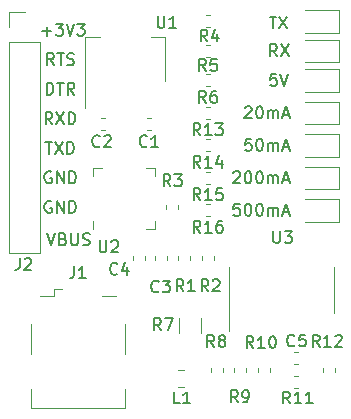
<source format=gbr>
G04 #@! TF.GenerationSoftware,KiCad,Pcbnew,5.1.5*
G04 #@! TF.CreationDate,2020-05-30T17:31:02+02:00*
G04 #@! TF.ProjectId,lichtenprog,6c696368-7465-46e7-9072-6f672e6b6963,rev?*
G04 #@! TF.SameCoordinates,Original*
G04 #@! TF.FileFunction,Legend,Top*
G04 #@! TF.FilePolarity,Positive*
%FSLAX46Y46*%
G04 Gerber Fmt 4.6, Leading zero omitted, Abs format (unit mm)*
G04 Created by KiCad (PCBNEW 5.1.5) date 2020-05-30 17:31:02*
%MOMM*%
%LPD*%
G04 APERTURE LIST*
%ADD10C,0.150000*%
%ADD11C,0.120000*%
G04 APERTURE END LIST*
D10*
X84190476Y-62952380D02*
X83714285Y-62952380D01*
X83666666Y-63428571D01*
X83714285Y-63380952D01*
X83809523Y-63333333D01*
X84047619Y-63333333D01*
X84142857Y-63380952D01*
X84190476Y-63428571D01*
X84238095Y-63523809D01*
X84238095Y-63761904D01*
X84190476Y-63857142D01*
X84142857Y-63904761D01*
X84047619Y-63952380D01*
X83809523Y-63952380D01*
X83714285Y-63904761D01*
X83666666Y-63857142D01*
X84857142Y-62952380D02*
X84952380Y-62952380D01*
X85047619Y-63000000D01*
X85095238Y-63047619D01*
X85142857Y-63142857D01*
X85190476Y-63333333D01*
X85190476Y-63571428D01*
X85142857Y-63761904D01*
X85095238Y-63857142D01*
X85047619Y-63904761D01*
X84952380Y-63952380D01*
X84857142Y-63952380D01*
X84761904Y-63904761D01*
X84714285Y-63857142D01*
X84666666Y-63761904D01*
X84619047Y-63571428D01*
X84619047Y-63333333D01*
X84666666Y-63142857D01*
X84714285Y-63047619D01*
X84761904Y-63000000D01*
X84857142Y-62952380D01*
X85809523Y-62952380D02*
X85904761Y-62952380D01*
X86000000Y-63000000D01*
X86047619Y-63047619D01*
X86095238Y-63142857D01*
X86142857Y-63333333D01*
X86142857Y-63571428D01*
X86095238Y-63761904D01*
X86047619Y-63857142D01*
X86000000Y-63904761D01*
X85904761Y-63952380D01*
X85809523Y-63952380D01*
X85714285Y-63904761D01*
X85666666Y-63857142D01*
X85619047Y-63761904D01*
X85571428Y-63571428D01*
X85571428Y-63333333D01*
X85619047Y-63142857D01*
X85666666Y-63047619D01*
X85714285Y-63000000D01*
X85809523Y-62952380D01*
X86571428Y-63952380D02*
X86571428Y-63285714D01*
X86571428Y-63380952D02*
X86619047Y-63333333D01*
X86714285Y-63285714D01*
X86857142Y-63285714D01*
X86952380Y-63333333D01*
X87000000Y-63428571D01*
X87000000Y-63952380D01*
X87000000Y-63428571D02*
X87047619Y-63333333D01*
X87142857Y-63285714D01*
X87285714Y-63285714D01*
X87380952Y-63333333D01*
X87428571Y-63428571D01*
X87428571Y-63952380D01*
X87857142Y-63666666D02*
X88333333Y-63666666D01*
X87761904Y-63952380D02*
X88095238Y-62952380D01*
X88428571Y-63952380D01*
X83666666Y-60297619D02*
X83714285Y-60250000D01*
X83809523Y-60202380D01*
X84047619Y-60202380D01*
X84142857Y-60250000D01*
X84190476Y-60297619D01*
X84238095Y-60392857D01*
X84238095Y-60488095D01*
X84190476Y-60630952D01*
X83619047Y-61202380D01*
X84238095Y-61202380D01*
X84857142Y-60202380D02*
X84952380Y-60202380D01*
X85047619Y-60250000D01*
X85095238Y-60297619D01*
X85142857Y-60392857D01*
X85190476Y-60583333D01*
X85190476Y-60821428D01*
X85142857Y-61011904D01*
X85095238Y-61107142D01*
X85047619Y-61154761D01*
X84952380Y-61202380D01*
X84857142Y-61202380D01*
X84761904Y-61154761D01*
X84714285Y-61107142D01*
X84666666Y-61011904D01*
X84619047Y-60821428D01*
X84619047Y-60583333D01*
X84666666Y-60392857D01*
X84714285Y-60297619D01*
X84761904Y-60250000D01*
X84857142Y-60202380D01*
X85809523Y-60202380D02*
X85904761Y-60202380D01*
X86000000Y-60250000D01*
X86047619Y-60297619D01*
X86095238Y-60392857D01*
X86142857Y-60583333D01*
X86142857Y-60821428D01*
X86095238Y-61011904D01*
X86047619Y-61107142D01*
X86000000Y-61154761D01*
X85904761Y-61202380D01*
X85809523Y-61202380D01*
X85714285Y-61154761D01*
X85666666Y-61107142D01*
X85619047Y-61011904D01*
X85571428Y-60821428D01*
X85571428Y-60583333D01*
X85619047Y-60392857D01*
X85666666Y-60297619D01*
X85714285Y-60250000D01*
X85809523Y-60202380D01*
X86571428Y-61202380D02*
X86571428Y-60535714D01*
X86571428Y-60630952D02*
X86619047Y-60583333D01*
X86714285Y-60535714D01*
X86857142Y-60535714D01*
X86952380Y-60583333D01*
X87000000Y-60678571D01*
X87000000Y-61202380D01*
X87000000Y-60678571D02*
X87047619Y-60583333D01*
X87142857Y-60535714D01*
X87285714Y-60535714D01*
X87380952Y-60583333D01*
X87428571Y-60678571D01*
X87428571Y-61202380D01*
X87857142Y-60916666D02*
X88333333Y-60916666D01*
X87761904Y-61202380D02*
X88095238Y-60202380D01*
X88428571Y-61202380D01*
X85166666Y-57452380D02*
X84690476Y-57452380D01*
X84642857Y-57928571D01*
X84690476Y-57880952D01*
X84785714Y-57833333D01*
X85023809Y-57833333D01*
X85119047Y-57880952D01*
X85166666Y-57928571D01*
X85214285Y-58023809D01*
X85214285Y-58261904D01*
X85166666Y-58357142D01*
X85119047Y-58404761D01*
X85023809Y-58452380D01*
X84785714Y-58452380D01*
X84690476Y-58404761D01*
X84642857Y-58357142D01*
X85833333Y-57452380D02*
X85928571Y-57452380D01*
X86023809Y-57500000D01*
X86071428Y-57547619D01*
X86119047Y-57642857D01*
X86166666Y-57833333D01*
X86166666Y-58071428D01*
X86119047Y-58261904D01*
X86071428Y-58357142D01*
X86023809Y-58404761D01*
X85928571Y-58452380D01*
X85833333Y-58452380D01*
X85738095Y-58404761D01*
X85690476Y-58357142D01*
X85642857Y-58261904D01*
X85595238Y-58071428D01*
X85595238Y-57833333D01*
X85642857Y-57642857D01*
X85690476Y-57547619D01*
X85738095Y-57500000D01*
X85833333Y-57452380D01*
X86595238Y-58452380D02*
X86595238Y-57785714D01*
X86595238Y-57880952D02*
X86642857Y-57833333D01*
X86738095Y-57785714D01*
X86880952Y-57785714D01*
X86976190Y-57833333D01*
X87023809Y-57928571D01*
X87023809Y-58452380D01*
X87023809Y-57928571D02*
X87071428Y-57833333D01*
X87166666Y-57785714D01*
X87309523Y-57785714D01*
X87404761Y-57833333D01*
X87452380Y-57928571D01*
X87452380Y-58452380D01*
X87880952Y-58166666D02*
X88357142Y-58166666D01*
X87785714Y-58452380D02*
X88119047Y-57452380D01*
X88452380Y-58452380D01*
X84642857Y-54797619D02*
X84690476Y-54750000D01*
X84785714Y-54702380D01*
X85023809Y-54702380D01*
X85119047Y-54750000D01*
X85166666Y-54797619D01*
X85214285Y-54892857D01*
X85214285Y-54988095D01*
X85166666Y-55130952D01*
X84595238Y-55702380D01*
X85214285Y-55702380D01*
X85833333Y-54702380D02*
X85928571Y-54702380D01*
X86023809Y-54750000D01*
X86071428Y-54797619D01*
X86119047Y-54892857D01*
X86166666Y-55083333D01*
X86166666Y-55321428D01*
X86119047Y-55511904D01*
X86071428Y-55607142D01*
X86023809Y-55654761D01*
X85928571Y-55702380D01*
X85833333Y-55702380D01*
X85738095Y-55654761D01*
X85690476Y-55607142D01*
X85642857Y-55511904D01*
X85595238Y-55321428D01*
X85595238Y-55083333D01*
X85642857Y-54892857D01*
X85690476Y-54797619D01*
X85738095Y-54750000D01*
X85833333Y-54702380D01*
X86595238Y-55702380D02*
X86595238Y-55035714D01*
X86595238Y-55130952D02*
X86642857Y-55083333D01*
X86738095Y-55035714D01*
X86880952Y-55035714D01*
X86976190Y-55083333D01*
X87023809Y-55178571D01*
X87023809Y-55702380D01*
X87023809Y-55178571D02*
X87071428Y-55083333D01*
X87166666Y-55035714D01*
X87309523Y-55035714D01*
X87404761Y-55083333D01*
X87452380Y-55178571D01*
X87452380Y-55702380D01*
X87880952Y-55416666D02*
X88357142Y-55416666D01*
X87785714Y-55702380D02*
X88119047Y-54702380D01*
X88452380Y-55702380D01*
X87309523Y-51952380D02*
X86833333Y-51952380D01*
X86785714Y-52428571D01*
X86833333Y-52380952D01*
X86928571Y-52333333D01*
X87166666Y-52333333D01*
X87261904Y-52380952D01*
X87309523Y-52428571D01*
X87357142Y-52523809D01*
X87357142Y-52761904D01*
X87309523Y-52857142D01*
X87261904Y-52904761D01*
X87166666Y-52952380D01*
X86928571Y-52952380D01*
X86833333Y-52904761D01*
X86785714Y-52857142D01*
X87642857Y-51952380D02*
X87976190Y-52952380D01*
X88309523Y-51952380D01*
X87333333Y-50452380D02*
X87000000Y-49976190D01*
X86761904Y-50452380D02*
X86761904Y-49452380D01*
X87142857Y-49452380D01*
X87238095Y-49500000D01*
X87285714Y-49547619D01*
X87333333Y-49642857D01*
X87333333Y-49785714D01*
X87285714Y-49880952D01*
X87238095Y-49928571D01*
X87142857Y-49976190D01*
X86761904Y-49976190D01*
X87666666Y-49452380D02*
X88333333Y-50452380D01*
X88333333Y-49452380D02*
X87666666Y-50452380D01*
X86738095Y-47088675D02*
X87309523Y-47088675D01*
X87023809Y-48088675D02*
X87023809Y-47088675D01*
X87547619Y-47088675D02*
X88214285Y-48088675D01*
X88214285Y-47088675D02*
X87547619Y-48088675D01*
X67916666Y-65452380D02*
X68250000Y-66452380D01*
X68583333Y-65452380D01*
X69250000Y-65928571D02*
X69392857Y-65976190D01*
X69440476Y-66023809D01*
X69488095Y-66119047D01*
X69488095Y-66261904D01*
X69440476Y-66357142D01*
X69392857Y-66404761D01*
X69297619Y-66452380D01*
X68916666Y-66452380D01*
X68916666Y-65452380D01*
X69250000Y-65452380D01*
X69345238Y-65500000D01*
X69392857Y-65547619D01*
X69440476Y-65642857D01*
X69440476Y-65738095D01*
X69392857Y-65833333D01*
X69345238Y-65880952D01*
X69250000Y-65928571D01*
X68916666Y-65928571D01*
X69916666Y-65452380D02*
X69916666Y-66261904D01*
X69964285Y-66357142D01*
X70011904Y-66404761D01*
X70107142Y-66452380D01*
X70297619Y-66452380D01*
X70392857Y-66404761D01*
X70440476Y-66357142D01*
X70488095Y-66261904D01*
X70488095Y-65452380D01*
X70916666Y-66404761D02*
X71059523Y-66452380D01*
X71297619Y-66452380D01*
X71392857Y-66404761D01*
X71440476Y-66357142D01*
X71488095Y-66261904D01*
X71488095Y-66166666D01*
X71440476Y-66071428D01*
X71392857Y-66023809D01*
X71297619Y-65976190D01*
X71107142Y-65928571D01*
X71011904Y-65880952D01*
X70964285Y-65833333D01*
X70916666Y-65738095D01*
X70916666Y-65642857D01*
X70964285Y-65547619D01*
X71011904Y-65500000D01*
X71107142Y-65452380D01*
X71345238Y-65452380D01*
X71488095Y-65500000D01*
X68238095Y-62750000D02*
X68142857Y-62702380D01*
X68000000Y-62702380D01*
X67857142Y-62750000D01*
X67761904Y-62845238D01*
X67714285Y-62940476D01*
X67666666Y-63130952D01*
X67666666Y-63273809D01*
X67714285Y-63464285D01*
X67761904Y-63559523D01*
X67857142Y-63654761D01*
X68000000Y-63702380D01*
X68095238Y-63702380D01*
X68238095Y-63654761D01*
X68285714Y-63607142D01*
X68285714Y-63273809D01*
X68095238Y-63273809D01*
X68714285Y-63702380D02*
X68714285Y-62702380D01*
X69285714Y-63702380D01*
X69285714Y-62702380D01*
X69761904Y-63702380D02*
X69761904Y-62702380D01*
X70000000Y-62702380D01*
X70142857Y-62750000D01*
X70238095Y-62845238D01*
X70285714Y-62940476D01*
X70333333Y-63130952D01*
X70333333Y-63273809D01*
X70285714Y-63464285D01*
X70238095Y-63559523D01*
X70142857Y-63654761D01*
X70000000Y-63702380D01*
X69761904Y-63702380D01*
X67488095Y-48321428D02*
X68250000Y-48321428D01*
X67869047Y-48702380D02*
X67869047Y-47940476D01*
X68630952Y-47702380D02*
X69250000Y-47702380D01*
X68916666Y-48083333D01*
X69059523Y-48083333D01*
X69154761Y-48130952D01*
X69202380Y-48178571D01*
X69250000Y-48273809D01*
X69250000Y-48511904D01*
X69202380Y-48607142D01*
X69154761Y-48654761D01*
X69059523Y-48702380D01*
X68773809Y-48702380D01*
X68678571Y-48654761D01*
X68630952Y-48607142D01*
X69535714Y-47702380D02*
X69869047Y-48702380D01*
X70202380Y-47702380D01*
X70440476Y-47702380D02*
X71059523Y-47702380D01*
X70726190Y-48083333D01*
X70869047Y-48083333D01*
X70964285Y-48130952D01*
X71011904Y-48178571D01*
X71059523Y-48273809D01*
X71059523Y-48511904D01*
X71011904Y-48607142D01*
X70964285Y-48654761D01*
X70869047Y-48702380D01*
X70583333Y-48702380D01*
X70488095Y-48654761D01*
X70440476Y-48607142D01*
X68452380Y-51202380D02*
X68119047Y-50726190D01*
X67880952Y-51202380D02*
X67880952Y-50202380D01*
X68261904Y-50202380D01*
X68357142Y-50250000D01*
X68404761Y-50297619D01*
X68452380Y-50392857D01*
X68452380Y-50535714D01*
X68404761Y-50630952D01*
X68357142Y-50678571D01*
X68261904Y-50726190D01*
X67880952Y-50726190D01*
X68738095Y-50202380D02*
X69309523Y-50202380D01*
X69023809Y-51202380D02*
X69023809Y-50202380D01*
X69595238Y-51154761D02*
X69738095Y-51202380D01*
X69976190Y-51202380D01*
X70071428Y-51154761D01*
X70119047Y-51107142D01*
X70166666Y-51011904D01*
X70166666Y-50916666D01*
X70119047Y-50821428D01*
X70071428Y-50773809D01*
X69976190Y-50726190D01*
X69785714Y-50678571D01*
X69690476Y-50630952D01*
X69642857Y-50583333D01*
X69595238Y-50488095D01*
X69595238Y-50392857D01*
X69642857Y-50297619D01*
X69690476Y-50250000D01*
X69785714Y-50202380D01*
X70023809Y-50202380D01*
X70166666Y-50250000D01*
X67857142Y-53702380D02*
X67857142Y-52702380D01*
X68095238Y-52702380D01*
X68238095Y-52750000D01*
X68333333Y-52845238D01*
X68380952Y-52940476D01*
X68428571Y-53130952D01*
X68428571Y-53273809D01*
X68380952Y-53464285D01*
X68333333Y-53559523D01*
X68238095Y-53654761D01*
X68095238Y-53702380D01*
X67857142Y-53702380D01*
X68714285Y-52702380D02*
X69285714Y-52702380D01*
X69000000Y-53702380D02*
X69000000Y-52702380D01*
X70190476Y-53702380D02*
X69857142Y-53226190D01*
X69619047Y-53702380D02*
X69619047Y-52702380D01*
X70000000Y-52702380D01*
X70095238Y-52750000D01*
X70142857Y-52797619D01*
X70190476Y-52892857D01*
X70190476Y-53035714D01*
X70142857Y-53130952D01*
X70095238Y-53178571D01*
X70000000Y-53226190D01*
X69619047Y-53226190D01*
X68333333Y-56202380D02*
X68000000Y-55726190D01*
X67761904Y-56202380D02*
X67761904Y-55202380D01*
X68142857Y-55202380D01*
X68238095Y-55250000D01*
X68285714Y-55297619D01*
X68333333Y-55392857D01*
X68333333Y-55535714D01*
X68285714Y-55630952D01*
X68238095Y-55678571D01*
X68142857Y-55726190D01*
X67761904Y-55726190D01*
X68666666Y-55202380D02*
X69333333Y-56202380D01*
X69333333Y-55202380D02*
X68666666Y-56202380D01*
X69714285Y-56202380D02*
X69714285Y-55202380D01*
X69952380Y-55202380D01*
X70095238Y-55250000D01*
X70190476Y-55345238D01*
X70238095Y-55440476D01*
X70285714Y-55630952D01*
X70285714Y-55773809D01*
X70238095Y-55964285D01*
X70190476Y-56059523D01*
X70095238Y-56154761D01*
X69952380Y-56202380D01*
X69714285Y-56202380D01*
X67738095Y-57702380D02*
X68309523Y-57702380D01*
X68023809Y-58702380D02*
X68023809Y-57702380D01*
X68547619Y-57702380D02*
X69214285Y-58702380D01*
X69214285Y-57702380D02*
X68547619Y-58702380D01*
X69595238Y-58702380D02*
X69595238Y-57702380D01*
X69833333Y-57702380D01*
X69976190Y-57750000D01*
X70071428Y-57845238D01*
X70119047Y-57940476D01*
X70166666Y-58130952D01*
X70166666Y-58273809D01*
X70119047Y-58464285D01*
X70071428Y-58559523D01*
X69976190Y-58654761D01*
X69833333Y-58702380D01*
X69595238Y-58702380D01*
X68238095Y-60250000D02*
X68142857Y-60202380D01*
X68000000Y-60202380D01*
X67857142Y-60250000D01*
X67761904Y-60345238D01*
X67714285Y-60440476D01*
X67666666Y-60630952D01*
X67666666Y-60773809D01*
X67714285Y-60964285D01*
X67761904Y-61059523D01*
X67857142Y-61154761D01*
X68000000Y-61202380D01*
X68095238Y-61202380D01*
X68238095Y-61154761D01*
X68285714Y-61107142D01*
X68285714Y-60773809D01*
X68095238Y-60773809D01*
X68714285Y-61202380D02*
X68714285Y-60202380D01*
X69285714Y-61202380D01*
X69285714Y-60202380D01*
X69761904Y-61202380D02*
X69761904Y-60202380D01*
X70000000Y-60202380D01*
X70142857Y-60250000D01*
X70238095Y-60345238D01*
X70285714Y-60440476D01*
X70333333Y-60630952D01*
X70333333Y-60773809D01*
X70285714Y-60964285D01*
X70238095Y-61059523D01*
X70142857Y-61154761D01*
X70000000Y-61202380D01*
X69761904Y-61202380D01*
D11*
X64670000Y-46670000D02*
X66000000Y-46670000D01*
X64670000Y-48000000D02*
X64670000Y-46670000D01*
X64670000Y-49270000D02*
X67330000Y-49270000D01*
X67330000Y-49270000D02*
X67330000Y-67110000D01*
X64670000Y-49270000D02*
X64670000Y-67110000D01*
X64670000Y-67110000D02*
X67330000Y-67110000D01*
X83315000Y-70250000D02*
X83315000Y-73700000D01*
X83315000Y-70250000D02*
X83315000Y-68300000D01*
X92185000Y-70250000D02*
X92185000Y-72200000D01*
X92185000Y-70250000D02*
X92185000Y-68300000D01*
X81671267Y-62990000D02*
X81328733Y-62990000D01*
X81671267Y-64010000D02*
X81328733Y-64010000D01*
X81671267Y-60240000D02*
X81328733Y-60240000D01*
X81671267Y-61260000D02*
X81328733Y-61260000D01*
X81671267Y-57490000D02*
X81328733Y-57490000D01*
X81671267Y-58510000D02*
X81328733Y-58510000D01*
X81671267Y-54740000D02*
X81328733Y-54740000D01*
X81671267Y-55760000D02*
X81328733Y-55760000D01*
X92260000Y-77171267D02*
X92260000Y-76828733D01*
X91240000Y-77171267D02*
X91240000Y-76828733D01*
X88828733Y-78510000D02*
X89171267Y-78510000D01*
X88828733Y-77490000D02*
X89171267Y-77490000D01*
X86760000Y-77171267D02*
X86760000Y-76828733D01*
X85740000Y-77171267D02*
X85740000Y-76828733D01*
X83740000Y-76828733D02*
X83740000Y-77171267D01*
X84760000Y-76828733D02*
X84760000Y-77171267D01*
X82760000Y-77171267D02*
X82760000Y-76828733D01*
X81740000Y-77171267D02*
X81740000Y-76828733D01*
X80910000Y-73852064D02*
X80910000Y-72647936D01*
X79090000Y-73852064D02*
X79090000Y-72647936D01*
X81671267Y-51990000D02*
X81328733Y-51990000D01*
X81671267Y-53010000D02*
X81328733Y-53010000D01*
X92610000Y-62540000D02*
X89750000Y-62540000D01*
X92610000Y-64460000D02*
X92610000Y-62540000D01*
X89750000Y-64460000D02*
X92610000Y-64460000D01*
X92610000Y-59790000D02*
X89750000Y-59790000D01*
X92610000Y-61710000D02*
X92610000Y-59790000D01*
X89750000Y-61710000D02*
X92610000Y-61710000D01*
X92610000Y-57040000D02*
X89750000Y-57040000D01*
X92610000Y-58960000D02*
X92610000Y-57040000D01*
X89750000Y-58960000D02*
X92610000Y-58960000D01*
X92610000Y-54290000D02*
X89750000Y-54290000D01*
X92610000Y-56210000D02*
X92610000Y-54290000D01*
X89750000Y-56210000D02*
X92610000Y-56210000D01*
X92610000Y-51540000D02*
X89750000Y-51540000D01*
X92610000Y-53460000D02*
X92610000Y-51540000D01*
X89750000Y-53460000D02*
X92610000Y-53460000D01*
X88828733Y-76510000D02*
X89171267Y-76510000D01*
X88828733Y-75490000D02*
X89171267Y-75490000D01*
X71770000Y-64385000D02*
X71770000Y-65110000D01*
X76990000Y-59890000D02*
X76265000Y-59890000D01*
X76990000Y-60615000D02*
X76990000Y-59890000D01*
X76990000Y-65110000D02*
X76265000Y-65110000D01*
X76990000Y-64385000D02*
X76990000Y-65110000D01*
X71770000Y-59890000D02*
X72495000Y-59890000D01*
X71770000Y-60615000D02*
X71770000Y-59890000D01*
X71090000Y-54800000D02*
X71090000Y-48790000D01*
X77910000Y-52550000D02*
X77910000Y-48790000D01*
X71090000Y-48790000D02*
X72350000Y-48790000D01*
X77910000Y-48790000D02*
X76650000Y-48790000D01*
X81328733Y-50510000D02*
X81671267Y-50510000D01*
X81328733Y-49490000D02*
X81671267Y-49490000D01*
X81328733Y-48010000D02*
X81671267Y-48010000D01*
X81328733Y-46990000D02*
X81671267Y-46990000D01*
X77990000Y-63078733D02*
X77990000Y-63421267D01*
X79010000Y-63078733D02*
X79010000Y-63421267D01*
X80990000Y-67328733D02*
X80990000Y-67671267D01*
X82010000Y-67328733D02*
X82010000Y-67671267D01*
X80010000Y-67671267D02*
X80010000Y-67328733D01*
X78990000Y-67671267D02*
X78990000Y-67328733D01*
X78988748Y-78460000D02*
X79511252Y-78460000D01*
X78988748Y-77040000D02*
X79511252Y-77040000D01*
X74460000Y-80260000D02*
X74460000Y-78600000D01*
X66540000Y-80260000D02*
X74460000Y-80260000D01*
X66540000Y-78600000D02*
X66540000Y-80260000D01*
X72550000Y-70790000D02*
X73700000Y-70790000D01*
X68450000Y-70200000D02*
X69150000Y-70200000D01*
X68450000Y-70790000D02*
X68450000Y-70200000D01*
X67300000Y-70790000D02*
X68450000Y-70790000D01*
X74460000Y-73100000D02*
X74460000Y-75700000D01*
X66540000Y-75700000D02*
X66540000Y-73100000D01*
X92610000Y-49040000D02*
X89750000Y-49040000D01*
X92610000Y-50960000D02*
X92610000Y-49040000D01*
X89750000Y-50960000D02*
X92610000Y-50960000D01*
X92610000Y-46540000D02*
X89750000Y-46540000D01*
X92610000Y-48460000D02*
X92610000Y-46540000D01*
X89750000Y-48460000D02*
X92610000Y-48460000D01*
X76990000Y-67328733D02*
X76990000Y-67671267D01*
X78010000Y-67328733D02*
X78010000Y-67671267D01*
X75190000Y-67328733D02*
X75190000Y-67671267D01*
X76210000Y-67328733D02*
X76210000Y-67671267D01*
X72771267Y-55690000D02*
X72428733Y-55690000D01*
X72771267Y-56710000D02*
X72428733Y-56710000D01*
X76328733Y-56710000D02*
X76671267Y-56710000D01*
X76328733Y-55690000D02*
X76671267Y-55690000D01*
D10*
X65566666Y-67552380D02*
X65566666Y-68266666D01*
X65519047Y-68409523D01*
X65423809Y-68504761D01*
X65280952Y-68552380D01*
X65185714Y-68552380D01*
X65995238Y-67647619D02*
X66042857Y-67600000D01*
X66138095Y-67552380D01*
X66376190Y-67552380D01*
X66471428Y-67600000D01*
X66519047Y-67647619D01*
X66566666Y-67742857D01*
X66566666Y-67838095D01*
X66519047Y-67980952D01*
X65947619Y-68552380D01*
X66566666Y-68552380D01*
X87038095Y-65252380D02*
X87038095Y-66061904D01*
X87085714Y-66157142D01*
X87133333Y-66204761D01*
X87228571Y-66252380D01*
X87419047Y-66252380D01*
X87514285Y-66204761D01*
X87561904Y-66157142D01*
X87609523Y-66061904D01*
X87609523Y-65252380D01*
X87990476Y-65252380D02*
X88609523Y-65252380D01*
X88276190Y-65633333D01*
X88419047Y-65633333D01*
X88514285Y-65680952D01*
X88561904Y-65728571D01*
X88609523Y-65823809D01*
X88609523Y-66061904D01*
X88561904Y-66157142D01*
X88514285Y-66204761D01*
X88419047Y-66252380D01*
X88133333Y-66252380D01*
X88038095Y-66204761D01*
X87990476Y-66157142D01*
X80857142Y-65382380D02*
X80523809Y-64906190D01*
X80285714Y-65382380D02*
X80285714Y-64382380D01*
X80666666Y-64382380D01*
X80761904Y-64430000D01*
X80809523Y-64477619D01*
X80857142Y-64572857D01*
X80857142Y-64715714D01*
X80809523Y-64810952D01*
X80761904Y-64858571D01*
X80666666Y-64906190D01*
X80285714Y-64906190D01*
X81809523Y-65382380D02*
X81238095Y-65382380D01*
X81523809Y-65382380D02*
X81523809Y-64382380D01*
X81428571Y-64525238D01*
X81333333Y-64620476D01*
X81238095Y-64668095D01*
X82666666Y-64382380D02*
X82476190Y-64382380D01*
X82380952Y-64430000D01*
X82333333Y-64477619D01*
X82238095Y-64620476D01*
X82190476Y-64810952D01*
X82190476Y-65191904D01*
X82238095Y-65287142D01*
X82285714Y-65334761D01*
X82380952Y-65382380D01*
X82571428Y-65382380D01*
X82666666Y-65334761D01*
X82714285Y-65287142D01*
X82761904Y-65191904D01*
X82761904Y-64953809D01*
X82714285Y-64858571D01*
X82666666Y-64810952D01*
X82571428Y-64763333D01*
X82380952Y-64763333D01*
X82285714Y-64810952D01*
X82238095Y-64858571D01*
X82190476Y-64953809D01*
X80857142Y-62632380D02*
X80523809Y-62156190D01*
X80285714Y-62632380D02*
X80285714Y-61632380D01*
X80666666Y-61632380D01*
X80761904Y-61680000D01*
X80809523Y-61727619D01*
X80857142Y-61822857D01*
X80857142Y-61965714D01*
X80809523Y-62060952D01*
X80761904Y-62108571D01*
X80666666Y-62156190D01*
X80285714Y-62156190D01*
X81809523Y-62632380D02*
X81238095Y-62632380D01*
X81523809Y-62632380D02*
X81523809Y-61632380D01*
X81428571Y-61775238D01*
X81333333Y-61870476D01*
X81238095Y-61918095D01*
X82714285Y-61632380D02*
X82238095Y-61632380D01*
X82190476Y-62108571D01*
X82238095Y-62060952D01*
X82333333Y-62013333D01*
X82571428Y-62013333D01*
X82666666Y-62060952D01*
X82714285Y-62108571D01*
X82761904Y-62203809D01*
X82761904Y-62441904D01*
X82714285Y-62537142D01*
X82666666Y-62584761D01*
X82571428Y-62632380D01*
X82333333Y-62632380D01*
X82238095Y-62584761D01*
X82190476Y-62537142D01*
X80857142Y-59882380D02*
X80523809Y-59406190D01*
X80285714Y-59882380D02*
X80285714Y-58882380D01*
X80666666Y-58882380D01*
X80761904Y-58930000D01*
X80809523Y-58977619D01*
X80857142Y-59072857D01*
X80857142Y-59215714D01*
X80809523Y-59310952D01*
X80761904Y-59358571D01*
X80666666Y-59406190D01*
X80285714Y-59406190D01*
X81809523Y-59882380D02*
X81238095Y-59882380D01*
X81523809Y-59882380D02*
X81523809Y-58882380D01*
X81428571Y-59025238D01*
X81333333Y-59120476D01*
X81238095Y-59168095D01*
X82666666Y-59215714D02*
X82666666Y-59882380D01*
X82428571Y-58834761D02*
X82190476Y-59549047D01*
X82809523Y-59549047D01*
X80857142Y-57132380D02*
X80523809Y-56656190D01*
X80285714Y-57132380D02*
X80285714Y-56132380D01*
X80666666Y-56132380D01*
X80761904Y-56180000D01*
X80809523Y-56227619D01*
X80857142Y-56322857D01*
X80857142Y-56465714D01*
X80809523Y-56560952D01*
X80761904Y-56608571D01*
X80666666Y-56656190D01*
X80285714Y-56656190D01*
X81809523Y-57132380D02*
X81238095Y-57132380D01*
X81523809Y-57132380D02*
X81523809Y-56132380D01*
X81428571Y-56275238D01*
X81333333Y-56370476D01*
X81238095Y-56418095D01*
X82142857Y-56132380D02*
X82761904Y-56132380D01*
X82428571Y-56513333D01*
X82571428Y-56513333D01*
X82666666Y-56560952D01*
X82714285Y-56608571D01*
X82761904Y-56703809D01*
X82761904Y-56941904D01*
X82714285Y-57037142D01*
X82666666Y-57084761D01*
X82571428Y-57132380D01*
X82285714Y-57132380D01*
X82190476Y-57084761D01*
X82142857Y-57037142D01*
X90957142Y-75052380D02*
X90623809Y-74576190D01*
X90385714Y-75052380D02*
X90385714Y-74052380D01*
X90766666Y-74052380D01*
X90861904Y-74100000D01*
X90909523Y-74147619D01*
X90957142Y-74242857D01*
X90957142Y-74385714D01*
X90909523Y-74480952D01*
X90861904Y-74528571D01*
X90766666Y-74576190D01*
X90385714Y-74576190D01*
X91909523Y-75052380D02*
X91338095Y-75052380D01*
X91623809Y-75052380D02*
X91623809Y-74052380D01*
X91528571Y-74195238D01*
X91433333Y-74290476D01*
X91338095Y-74338095D01*
X92290476Y-74147619D02*
X92338095Y-74100000D01*
X92433333Y-74052380D01*
X92671428Y-74052380D01*
X92766666Y-74100000D01*
X92814285Y-74147619D01*
X92861904Y-74242857D01*
X92861904Y-74338095D01*
X92814285Y-74480952D01*
X92242857Y-75052380D01*
X92861904Y-75052380D01*
X88457142Y-79852380D02*
X88123809Y-79376190D01*
X87885714Y-79852380D02*
X87885714Y-78852380D01*
X88266666Y-78852380D01*
X88361904Y-78900000D01*
X88409523Y-78947619D01*
X88457142Y-79042857D01*
X88457142Y-79185714D01*
X88409523Y-79280952D01*
X88361904Y-79328571D01*
X88266666Y-79376190D01*
X87885714Y-79376190D01*
X89409523Y-79852380D02*
X88838095Y-79852380D01*
X89123809Y-79852380D02*
X89123809Y-78852380D01*
X89028571Y-78995238D01*
X88933333Y-79090476D01*
X88838095Y-79138095D01*
X90361904Y-79852380D02*
X89790476Y-79852380D01*
X90076190Y-79852380D02*
X90076190Y-78852380D01*
X89980952Y-78995238D01*
X89885714Y-79090476D01*
X89790476Y-79138095D01*
X85357142Y-75152380D02*
X85023809Y-74676190D01*
X84785714Y-75152380D02*
X84785714Y-74152380D01*
X85166666Y-74152380D01*
X85261904Y-74200000D01*
X85309523Y-74247619D01*
X85357142Y-74342857D01*
X85357142Y-74485714D01*
X85309523Y-74580952D01*
X85261904Y-74628571D01*
X85166666Y-74676190D01*
X84785714Y-74676190D01*
X86309523Y-75152380D02*
X85738095Y-75152380D01*
X86023809Y-75152380D02*
X86023809Y-74152380D01*
X85928571Y-74295238D01*
X85833333Y-74390476D01*
X85738095Y-74438095D01*
X86928571Y-74152380D02*
X87023809Y-74152380D01*
X87119047Y-74200000D01*
X87166666Y-74247619D01*
X87214285Y-74342857D01*
X87261904Y-74533333D01*
X87261904Y-74771428D01*
X87214285Y-74961904D01*
X87166666Y-75057142D01*
X87119047Y-75104761D01*
X87023809Y-75152380D01*
X86928571Y-75152380D01*
X86833333Y-75104761D01*
X86785714Y-75057142D01*
X86738095Y-74961904D01*
X86690476Y-74771428D01*
X86690476Y-74533333D01*
X86738095Y-74342857D01*
X86785714Y-74247619D01*
X86833333Y-74200000D01*
X86928571Y-74152380D01*
X84033333Y-79752380D02*
X83700000Y-79276190D01*
X83461904Y-79752380D02*
X83461904Y-78752380D01*
X83842857Y-78752380D01*
X83938095Y-78800000D01*
X83985714Y-78847619D01*
X84033333Y-78942857D01*
X84033333Y-79085714D01*
X83985714Y-79180952D01*
X83938095Y-79228571D01*
X83842857Y-79276190D01*
X83461904Y-79276190D01*
X84509523Y-79752380D02*
X84700000Y-79752380D01*
X84795238Y-79704761D01*
X84842857Y-79657142D01*
X84938095Y-79514285D01*
X84985714Y-79323809D01*
X84985714Y-78942857D01*
X84938095Y-78847619D01*
X84890476Y-78800000D01*
X84795238Y-78752380D01*
X84604761Y-78752380D01*
X84509523Y-78800000D01*
X84461904Y-78847619D01*
X84414285Y-78942857D01*
X84414285Y-79180952D01*
X84461904Y-79276190D01*
X84509523Y-79323809D01*
X84604761Y-79371428D01*
X84795238Y-79371428D01*
X84890476Y-79323809D01*
X84938095Y-79276190D01*
X84985714Y-79180952D01*
X82033333Y-75052380D02*
X81700000Y-74576190D01*
X81461904Y-75052380D02*
X81461904Y-74052380D01*
X81842857Y-74052380D01*
X81938095Y-74100000D01*
X81985714Y-74147619D01*
X82033333Y-74242857D01*
X82033333Y-74385714D01*
X81985714Y-74480952D01*
X81938095Y-74528571D01*
X81842857Y-74576190D01*
X81461904Y-74576190D01*
X82604761Y-74480952D02*
X82509523Y-74433333D01*
X82461904Y-74385714D01*
X82414285Y-74290476D01*
X82414285Y-74242857D01*
X82461904Y-74147619D01*
X82509523Y-74100000D01*
X82604761Y-74052380D01*
X82795238Y-74052380D01*
X82890476Y-74100000D01*
X82938095Y-74147619D01*
X82985714Y-74242857D01*
X82985714Y-74290476D01*
X82938095Y-74385714D01*
X82890476Y-74433333D01*
X82795238Y-74480952D01*
X82604761Y-74480952D01*
X82509523Y-74528571D01*
X82461904Y-74576190D01*
X82414285Y-74671428D01*
X82414285Y-74861904D01*
X82461904Y-74957142D01*
X82509523Y-75004761D01*
X82604761Y-75052380D01*
X82795238Y-75052380D01*
X82890476Y-75004761D01*
X82938095Y-74957142D01*
X82985714Y-74861904D01*
X82985714Y-74671428D01*
X82938095Y-74576190D01*
X82890476Y-74528571D01*
X82795238Y-74480952D01*
X77533333Y-73652380D02*
X77200000Y-73176190D01*
X76961904Y-73652380D02*
X76961904Y-72652380D01*
X77342857Y-72652380D01*
X77438095Y-72700000D01*
X77485714Y-72747619D01*
X77533333Y-72842857D01*
X77533333Y-72985714D01*
X77485714Y-73080952D01*
X77438095Y-73128571D01*
X77342857Y-73176190D01*
X76961904Y-73176190D01*
X77866666Y-72652380D02*
X78533333Y-72652380D01*
X78104761Y-73652380D01*
X81333333Y-54382380D02*
X81000000Y-53906190D01*
X80761904Y-54382380D02*
X80761904Y-53382380D01*
X81142857Y-53382380D01*
X81238095Y-53430000D01*
X81285714Y-53477619D01*
X81333333Y-53572857D01*
X81333333Y-53715714D01*
X81285714Y-53810952D01*
X81238095Y-53858571D01*
X81142857Y-53906190D01*
X80761904Y-53906190D01*
X82190476Y-53382380D02*
X82000000Y-53382380D01*
X81904761Y-53430000D01*
X81857142Y-53477619D01*
X81761904Y-53620476D01*
X81714285Y-53810952D01*
X81714285Y-54191904D01*
X81761904Y-54287142D01*
X81809523Y-54334761D01*
X81904761Y-54382380D01*
X82095238Y-54382380D01*
X82190476Y-54334761D01*
X82238095Y-54287142D01*
X82285714Y-54191904D01*
X82285714Y-53953809D01*
X82238095Y-53858571D01*
X82190476Y-53810952D01*
X82095238Y-53763333D01*
X81904761Y-53763333D01*
X81809523Y-53810952D01*
X81761904Y-53858571D01*
X81714285Y-53953809D01*
X88833333Y-74927142D02*
X88785714Y-74974761D01*
X88642857Y-75022380D01*
X88547619Y-75022380D01*
X88404761Y-74974761D01*
X88309523Y-74879523D01*
X88261904Y-74784285D01*
X88214285Y-74593809D01*
X88214285Y-74450952D01*
X88261904Y-74260476D01*
X88309523Y-74165238D01*
X88404761Y-74070000D01*
X88547619Y-74022380D01*
X88642857Y-74022380D01*
X88785714Y-74070000D01*
X88833333Y-74117619D01*
X89738095Y-74022380D02*
X89261904Y-74022380D01*
X89214285Y-74498571D01*
X89261904Y-74450952D01*
X89357142Y-74403333D01*
X89595238Y-74403333D01*
X89690476Y-74450952D01*
X89738095Y-74498571D01*
X89785714Y-74593809D01*
X89785714Y-74831904D01*
X89738095Y-74927142D01*
X89690476Y-74974761D01*
X89595238Y-75022380D01*
X89357142Y-75022380D01*
X89261904Y-74974761D01*
X89214285Y-74927142D01*
X72338095Y-66052380D02*
X72338095Y-66861904D01*
X72385714Y-66957142D01*
X72433333Y-67004761D01*
X72528571Y-67052380D01*
X72719047Y-67052380D01*
X72814285Y-67004761D01*
X72861904Y-66957142D01*
X72909523Y-66861904D01*
X72909523Y-66052380D01*
X73338095Y-66147619D02*
X73385714Y-66100000D01*
X73480952Y-66052380D01*
X73719047Y-66052380D01*
X73814285Y-66100000D01*
X73861904Y-66147619D01*
X73909523Y-66242857D01*
X73909523Y-66338095D01*
X73861904Y-66480952D01*
X73290476Y-67052380D01*
X73909523Y-67052380D01*
X77238095Y-47052380D02*
X77238095Y-47861904D01*
X77285714Y-47957142D01*
X77333333Y-48004761D01*
X77428571Y-48052380D01*
X77619047Y-48052380D01*
X77714285Y-48004761D01*
X77761904Y-47957142D01*
X77809523Y-47861904D01*
X77809523Y-47052380D01*
X78809523Y-48052380D02*
X78238095Y-48052380D01*
X78523809Y-48052380D02*
X78523809Y-47052380D01*
X78428571Y-47195238D01*
X78333333Y-47290476D01*
X78238095Y-47338095D01*
X81333333Y-51702380D02*
X81000000Y-51226190D01*
X80761904Y-51702380D02*
X80761904Y-50702380D01*
X81142857Y-50702380D01*
X81238095Y-50750000D01*
X81285714Y-50797619D01*
X81333333Y-50892857D01*
X81333333Y-51035714D01*
X81285714Y-51130952D01*
X81238095Y-51178571D01*
X81142857Y-51226190D01*
X80761904Y-51226190D01*
X82238095Y-50702380D02*
X81761904Y-50702380D01*
X81714285Y-51178571D01*
X81761904Y-51130952D01*
X81857142Y-51083333D01*
X82095238Y-51083333D01*
X82190476Y-51130952D01*
X82238095Y-51178571D01*
X82285714Y-51273809D01*
X82285714Y-51511904D01*
X82238095Y-51607142D01*
X82190476Y-51654761D01*
X82095238Y-51702380D01*
X81857142Y-51702380D01*
X81761904Y-51654761D01*
X81714285Y-51607142D01*
X81458333Y-49202380D02*
X81125000Y-48726190D01*
X80886904Y-49202380D02*
X80886904Y-48202380D01*
X81267857Y-48202380D01*
X81363095Y-48250000D01*
X81410714Y-48297619D01*
X81458333Y-48392857D01*
X81458333Y-48535714D01*
X81410714Y-48630952D01*
X81363095Y-48678571D01*
X81267857Y-48726190D01*
X80886904Y-48726190D01*
X82315476Y-48535714D02*
X82315476Y-49202380D01*
X82077380Y-48154761D02*
X81839285Y-48869047D01*
X82458333Y-48869047D01*
X78333333Y-61452380D02*
X78000000Y-60976190D01*
X77761904Y-61452380D02*
X77761904Y-60452380D01*
X78142857Y-60452380D01*
X78238095Y-60500000D01*
X78285714Y-60547619D01*
X78333333Y-60642857D01*
X78333333Y-60785714D01*
X78285714Y-60880952D01*
X78238095Y-60928571D01*
X78142857Y-60976190D01*
X77761904Y-60976190D01*
X78666666Y-60452380D02*
X79285714Y-60452380D01*
X78952380Y-60833333D01*
X79095238Y-60833333D01*
X79190476Y-60880952D01*
X79238095Y-60928571D01*
X79285714Y-61023809D01*
X79285714Y-61261904D01*
X79238095Y-61357142D01*
X79190476Y-61404761D01*
X79095238Y-61452380D01*
X78809523Y-61452380D01*
X78714285Y-61404761D01*
X78666666Y-61357142D01*
X81533333Y-70352380D02*
X81200000Y-69876190D01*
X80961904Y-70352380D02*
X80961904Y-69352380D01*
X81342857Y-69352380D01*
X81438095Y-69400000D01*
X81485714Y-69447619D01*
X81533333Y-69542857D01*
X81533333Y-69685714D01*
X81485714Y-69780952D01*
X81438095Y-69828571D01*
X81342857Y-69876190D01*
X80961904Y-69876190D01*
X81914285Y-69447619D02*
X81961904Y-69400000D01*
X82057142Y-69352380D01*
X82295238Y-69352380D01*
X82390476Y-69400000D01*
X82438095Y-69447619D01*
X82485714Y-69542857D01*
X82485714Y-69638095D01*
X82438095Y-69780952D01*
X81866666Y-70352380D01*
X82485714Y-70352380D01*
X79433333Y-70352380D02*
X79100000Y-69876190D01*
X78861904Y-70352380D02*
X78861904Y-69352380D01*
X79242857Y-69352380D01*
X79338095Y-69400000D01*
X79385714Y-69447619D01*
X79433333Y-69542857D01*
X79433333Y-69685714D01*
X79385714Y-69780952D01*
X79338095Y-69828571D01*
X79242857Y-69876190D01*
X78861904Y-69876190D01*
X80385714Y-70352380D02*
X79814285Y-70352380D01*
X80100000Y-70352380D02*
X80100000Y-69352380D01*
X80004761Y-69495238D01*
X79909523Y-69590476D01*
X79814285Y-69638095D01*
X79133333Y-79852380D02*
X78657142Y-79852380D01*
X78657142Y-78852380D01*
X79990476Y-79852380D02*
X79419047Y-79852380D01*
X79704761Y-79852380D02*
X79704761Y-78852380D01*
X79609523Y-78995238D01*
X79514285Y-79090476D01*
X79419047Y-79138095D01*
X70166666Y-68252380D02*
X70166666Y-68966666D01*
X70119047Y-69109523D01*
X70023809Y-69204761D01*
X69880952Y-69252380D01*
X69785714Y-69252380D01*
X71166666Y-69252380D02*
X70595238Y-69252380D01*
X70880952Y-69252380D02*
X70880952Y-68252380D01*
X70785714Y-68395238D01*
X70690476Y-68490476D01*
X70595238Y-68538095D01*
X73833333Y-68857142D02*
X73785714Y-68904761D01*
X73642857Y-68952380D01*
X73547619Y-68952380D01*
X73404761Y-68904761D01*
X73309523Y-68809523D01*
X73261904Y-68714285D01*
X73214285Y-68523809D01*
X73214285Y-68380952D01*
X73261904Y-68190476D01*
X73309523Y-68095238D01*
X73404761Y-68000000D01*
X73547619Y-67952380D01*
X73642857Y-67952380D01*
X73785714Y-68000000D01*
X73833333Y-68047619D01*
X74690476Y-68285714D02*
X74690476Y-68952380D01*
X74452380Y-67904761D02*
X74214285Y-68619047D01*
X74833333Y-68619047D01*
X77333333Y-70357142D02*
X77285714Y-70404761D01*
X77142857Y-70452380D01*
X77047619Y-70452380D01*
X76904761Y-70404761D01*
X76809523Y-70309523D01*
X76761904Y-70214285D01*
X76714285Y-70023809D01*
X76714285Y-69880952D01*
X76761904Y-69690476D01*
X76809523Y-69595238D01*
X76904761Y-69500000D01*
X77047619Y-69452380D01*
X77142857Y-69452380D01*
X77285714Y-69500000D01*
X77333333Y-69547619D01*
X77666666Y-69452380D02*
X78285714Y-69452380D01*
X77952380Y-69833333D01*
X78095238Y-69833333D01*
X78190476Y-69880952D01*
X78238095Y-69928571D01*
X78285714Y-70023809D01*
X78285714Y-70261904D01*
X78238095Y-70357142D01*
X78190476Y-70404761D01*
X78095238Y-70452380D01*
X77809523Y-70452380D01*
X77714285Y-70404761D01*
X77666666Y-70357142D01*
X72333333Y-58057142D02*
X72285714Y-58104761D01*
X72142857Y-58152380D01*
X72047619Y-58152380D01*
X71904761Y-58104761D01*
X71809523Y-58009523D01*
X71761904Y-57914285D01*
X71714285Y-57723809D01*
X71714285Y-57580952D01*
X71761904Y-57390476D01*
X71809523Y-57295238D01*
X71904761Y-57200000D01*
X72047619Y-57152380D01*
X72142857Y-57152380D01*
X72285714Y-57200000D01*
X72333333Y-57247619D01*
X72714285Y-57247619D02*
X72761904Y-57200000D01*
X72857142Y-57152380D01*
X73095238Y-57152380D01*
X73190476Y-57200000D01*
X73238095Y-57247619D01*
X73285714Y-57342857D01*
X73285714Y-57438095D01*
X73238095Y-57580952D01*
X72666666Y-58152380D01*
X73285714Y-58152380D01*
X76333333Y-58057142D02*
X76285714Y-58104761D01*
X76142857Y-58152380D01*
X76047619Y-58152380D01*
X75904761Y-58104761D01*
X75809523Y-58009523D01*
X75761904Y-57914285D01*
X75714285Y-57723809D01*
X75714285Y-57580952D01*
X75761904Y-57390476D01*
X75809523Y-57295238D01*
X75904761Y-57200000D01*
X76047619Y-57152380D01*
X76142857Y-57152380D01*
X76285714Y-57200000D01*
X76333333Y-57247619D01*
X77285714Y-58152380D02*
X76714285Y-58152380D01*
X77000000Y-58152380D02*
X77000000Y-57152380D01*
X76904761Y-57295238D01*
X76809523Y-57390476D01*
X76714285Y-57438095D01*
M02*

</source>
